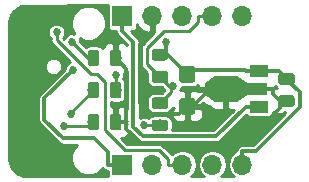
<source format=gbr>
G04 #@! TF.GenerationSoftware,KiCad,Pcbnew,(5.0.0)*
G04 #@! TF.CreationDate,2018-09-11T18:50:04-05:00*
G04 #@! TF.ProjectId,mini-attinyuino,6D696E692D617474696E7975696E6F2E,1.0*
G04 #@! TF.SameCoordinates,Original*
G04 #@! TF.FileFunction,Copper,L2,Bot,Signal*
G04 #@! TF.FilePolarity,Positive*
%FSLAX46Y46*%
G04 Gerber Fmt 4.6, Leading zero omitted, Abs format (unit mm)*
G04 Created by KiCad (PCBNEW (5.0.0)) date 09/11/18 18:50:04*
%MOMM*%
%LPD*%
G01*
G04 APERTURE LIST*
G04 #@! TA.AperFunction,ComponentPad*
%ADD10O,1.700000X1.700000*%
G04 #@! TD*
G04 #@! TA.AperFunction,ComponentPad*
%ADD11R,1.700000X1.700000*%
G04 #@! TD*
G04 #@! TA.AperFunction,Conductor*
%ADD12C,0.127000*%
G04 #@! TD*
G04 #@! TA.AperFunction,SMDPad,CuDef*
%ADD13C,1.350000*%
G04 #@! TD*
G04 #@! TA.AperFunction,SMDPad,CuDef*
%ADD14C,0.975000*%
G04 #@! TD*
G04 #@! TA.AperFunction,SMDPad,CuDef*
%ADD15C,0.850000*%
G04 #@! TD*
G04 #@! TA.AperFunction,SMDPad,CuDef*
%ADD16R,1.500000X1.000000*%
G04 #@! TD*
G04 #@! TA.AperFunction,SMDPad,CuDef*
%ADD17R,1.800000X1.000000*%
G04 #@! TD*
G04 #@! TA.AperFunction,SMDPad,CuDef*
%ADD18R,1.840000X2.200000*%
G04 #@! TD*
G04 #@! TA.AperFunction,SMDPad,CuDef*
%ADD19C,1.000000*%
G04 #@! TD*
G04 #@! TA.AperFunction,ViaPad*
%ADD20C,0.685800*%
G04 #@! TD*
G04 #@! TA.AperFunction,Conductor*
%ADD21C,0.300000*%
G04 #@! TD*
G04 #@! TA.AperFunction,Conductor*
%ADD22C,0.254000*%
G04 #@! TD*
G04 APERTURE END LIST*
D10*
G04 #@! TO.P,J1,5*
G04 #@! TO.N,+5V*
X136675000Y-99778800D03*
G04 #@! TO.P,J1,4*
G04 #@! TO.N,/PG3*
X134135000Y-99778800D03*
G04 #@! TO.P,J1,3*
G04 #@! TO.N,/PG1*
X131595000Y-99778800D03*
G04 #@! TO.P,J1,2*
G04 #@! TO.N,/PG4*
X129055000Y-99778800D03*
D11*
G04 #@! TO.P,J1,1*
G04 #@! TO.N,VBUS*
X126515000Y-99778800D03*
G04 #@! TD*
G04 #@! TO.P,J2,1*
G04 #@! TO.N,VCC*
X126515000Y-87233800D03*
D10*
G04 #@! TO.P,J2,2*
G04 #@! TO.N,GND*
X129055000Y-87233800D03*
G04 #@! TO.P,J2,3*
G04 #@! TO.N,Net-(J2-Pad3)*
X131595000Y-87233800D03*
G04 #@! TO.P,J2,4*
G04 #@! TO.N,Net-(J2-Pad4)*
X134135000Y-87233800D03*
G04 #@! TO.P,J2,5*
G04 #@! TO.N,/PG5*
X136675000Y-87233800D03*
G04 #@! TD*
D12*
G04 #@! TO.N,+5V*
G04 #@! TO.C,C1*
G36*
X132454505Y-91441904D02*
X132478773Y-91445504D01*
X132502572Y-91451465D01*
X132525671Y-91459730D01*
X132547850Y-91470220D01*
X132568893Y-91482832D01*
X132588599Y-91497447D01*
X132606777Y-91513923D01*
X132623253Y-91532101D01*
X132637868Y-91551807D01*
X132650480Y-91572850D01*
X132660970Y-91595029D01*
X132669235Y-91618128D01*
X132675196Y-91641927D01*
X132678796Y-91666195D01*
X132680000Y-91690699D01*
X132680000Y-92590701D01*
X132678796Y-92615205D01*
X132675196Y-92639473D01*
X132669235Y-92663272D01*
X132660970Y-92686371D01*
X132650480Y-92708550D01*
X132637868Y-92729593D01*
X132623253Y-92749299D01*
X132606777Y-92767477D01*
X132588599Y-92783953D01*
X132568893Y-92798568D01*
X132547850Y-92811180D01*
X132525671Y-92821670D01*
X132502572Y-92829935D01*
X132478773Y-92835896D01*
X132454505Y-92839496D01*
X132430001Y-92840700D01*
X131579999Y-92840700D01*
X131555495Y-92839496D01*
X131531227Y-92835896D01*
X131507428Y-92829935D01*
X131484329Y-92821670D01*
X131462150Y-92811180D01*
X131441107Y-92798568D01*
X131421401Y-92783953D01*
X131403223Y-92767477D01*
X131386747Y-92749299D01*
X131372132Y-92729593D01*
X131359520Y-92708550D01*
X131349030Y-92686371D01*
X131340765Y-92663272D01*
X131334804Y-92639473D01*
X131331204Y-92615205D01*
X131330000Y-92590701D01*
X131330000Y-91690699D01*
X131331204Y-91666195D01*
X131334804Y-91641927D01*
X131340765Y-91618128D01*
X131349030Y-91595029D01*
X131359520Y-91572850D01*
X131372132Y-91551807D01*
X131386747Y-91532101D01*
X131403223Y-91513923D01*
X131421401Y-91497447D01*
X131441107Y-91482832D01*
X131462150Y-91470220D01*
X131484329Y-91459730D01*
X131507428Y-91451465D01*
X131531227Y-91445504D01*
X131555495Y-91441904D01*
X131579999Y-91440700D01*
X132430001Y-91440700D01*
X132454505Y-91441904D01*
X132454505Y-91441904D01*
G37*
D13*
G04 #@! TD*
G04 #@! TO.P,C1,1*
G04 #@! TO.N,+5V*
X132005000Y-92140700D03*
D12*
G04 #@! TO.N,GND*
G04 #@! TO.C,C1*
G36*
X132454505Y-94141904D02*
X132478773Y-94145504D01*
X132502572Y-94151465D01*
X132525671Y-94159730D01*
X132547850Y-94170220D01*
X132568893Y-94182832D01*
X132588599Y-94197447D01*
X132606777Y-94213923D01*
X132623253Y-94232101D01*
X132637868Y-94251807D01*
X132650480Y-94272850D01*
X132660970Y-94295029D01*
X132669235Y-94318128D01*
X132675196Y-94341927D01*
X132678796Y-94366195D01*
X132680000Y-94390699D01*
X132680000Y-95290701D01*
X132678796Y-95315205D01*
X132675196Y-95339473D01*
X132669235Y-95363272D01*
X132660970Y-95386371D01*
X132650480Y-95408550D01*
X132637868Y-95429593D01*
X132623253Y-95449299D01*
X132606777Y-95467477D01*
X132588599Y-95483953D01*
X132568893Y-95498568D01*
X132547850Y-95511180D01*
X132525671Y-95521670D01*
X132502572Y-95529935D01*
X132478773Y-95535896D01*
X132454505Y-95539496D01*
X132430001Y-95540700D01*
X131579999Y-95540700D01*
X131555495Y-95539496D01*
X131531227Y-95535896D01*
X131507428Y-95529935D01*
X131484329Y-95521670D01*
X131462150Y-95511180D01*
X131441107Y-95498568D01*
X131421401Y-95483953D01*
X131403223Y-95467477D01*
X131386747Y-95449299D01*
X131372132Y-95429593D01*
X131359520Y-95408550D01*
X131349030Y-95386371D01*
X131340765Y-95363272D01*
X131334804Y-95339473D01*
X131331204Y-95315205D01*
X131330000Y-95290701D01*
X131330000Y-94390699D01*
X131331204Y-94366195D01*
X131334804Y-94341927D01*
X131340765Y-94318128D01*
X131349030Y-94295029D01*
X131359520Y-94272850D01*
X131372132Y-94251807D01*
X131386747Y-94232101D01*
X131403223Y-94213923D01*
X131421401Y-94197447D01*
X131441107Y-94182832D01*
X131462150Y-94170220D01*
X131484329Y-94159730D01*
X131507428Y-94151465D01*
X131531227Y-94145504D01*
X131555495Y-94141904D01*
X131579999Y-94140700D01*
X132430001Y-94140700D01*
X132454505Y-94141904D01*
X132454505Y-94141904D01*
G37*
D13*
G04 #@! TD*
G04 #@! TO.P,C1,2*
G04 #@! TO.N,GND*
X132005000Y-94840700D03*
D12*
G04 #@! TO.N,+5V*
G04 #@! TO.C,C2*
G36*
X140873142Y-92035274D02*
X140896803Y-92038784D01*
X140920007Y-92044596D01*
X140942529Y-92052654D01*
X140964153Y-92062882D01*
X140984670Y-92075179D01*
X141003883Y-92089429D01*
X141021607Y-92105493D01*
X141037671Y-92123217D01*
X141051921Y-92142430D01*
X141064218Y-92162947D01*
X141074446Y-92184571D01*
X141082504Y-92207093D01*
X141088316Y-92230297D01*
X141091826Y-92253958D01*
X141093000Y-92277850D01*
X141093000Y-92765350D01*
X141091826Y-92789242D01*
X141088316Y-92812903D01*
X141082504Y-92836107D01*
X141074446Y-92858629D01*
X141064218Y-92880253D01*
X141051921Y-92900770D01*
X141037671Y-92919983D01*
X141021607Y-92937707D01*
X141003883Y-92953771D01*
X140984670Y-92968021D01*
X140964153Y-92980318D01*
X140942529Y-92990546D01*
X140920007Y-92998604D01*
X140896803Y-93004416D01*
X140873142Y-93007926D01*
X140849250Y-93009100D01*
X139936750Y-93009100D01*
X139912858Y-93007926D01*
X139889197Y-93004416D01*
X139865993Y-92998604D01*
X139843471Y-92990546D01*
X139821847Y-92980318D01*
X139801330Y-92968021D01*
X139782117Y-92953771D01*
X139764393Y-92937707D01*
X139748329Y-92919983D01*
X139734079Y-92900770D01*
X139721782Y-92880253D01*
X139711554Y-92858629D01*
X139703496Y-92836107D01*
X139697684Y-92812903D01*
X139694174Y-92789242D01*
X139693000Y-92765350D01*
X139693000Y-92277850D01*
X139694174Y-92253958D01*
X139697684Y-92230297D01*
X139703496Y-92207093D01*
X139711554Y-92184571D01*
X139721782Y-92162947D01*
X139734079Y-92142430D01*
X139748329Y-92123217D01*
X139764393Y-92105493D01*
X139782117Y-92089429D01*
X139801330Y-92075179D01*
X139821847Y-92062882D01*
X139843471Y-92052654D01*
X139865993Y-92044596D01*
X139889197Y-92038784D01*
X139912858Y-92035274D01*
X139936750Y-92034100D01*
X140849250Y-92034100D01*
X140873142Y-92035274D01*
X140873142Y-92035274D01*
G37*
D14*
G04 #@! TD*
G04 #@! TO.P,C2,1*
G04 #@! TO.N,+5V*
X140393000Y-92521600D03*
D12*
G04 #@! TO.N,GND*
G04 #@! TO.C,C2*
G36*
X140873142Y-93910274D02*
X140896803Y-93913784D01*
X140920007Y-93919596D01*
X140942529Y-93927654D01*
X140964153Y-93937882D01*
X140984670Y-93950179D01*
X141003883Y-93964429D01*
X141021607Y-93980493D01*
X141037671Y-93998217D01*
X141051921Y-94017430D01*
X141064218Y-94037947D01*
X141074446Y-94059571D01*
X141082504Y-94082093D01*
X141088316Y-94105297D01*
X141091826Y-94128958D01*
X141093000Y-94152850D01*
X141093000Y-94640350D01*
X141091826Y-94664242D01*
X141088316Y-94687903D01*
X141082504Y-94711107D01*
X141074446Y-94733629D01*
X141064218Y-94755253D01*
X141051921Y-94775770D01*
X141037671Y-94794983D01*
X141021607Y-94812707D01*
X141003883Y-94828771D01*
X140984670Y-94843021D01*
X140964153Y-94855318D01*
X140942529Y-94865546D01*
X140920007Y-94873604D01*
X140896803Y-94879416D01*
X140873142Y-94882926D01*
X140849250Y-94884100D01*
X139936750Y-94884100D01*
X139912858Y-94882926D01*
X139889197Y-94879416D01*
X139865993Y-94873604D01*
X139843471Y-94865546D01*
X139821847Y-94855318D01*
X139801330Y-94843021D01*
X139782117Y-94828771D01*
X139764393Y-94812707D01*
X139748329Y-94794983D01*
X139734079Y-94775770D01*
X139721782Y-94755253D01*
X139711554Y-94733629D01*
X139703496Y-94711107D01*
X139697684Y-94687903D01*
X139694174Y-94664242D01*
X139693000Y-94640350D01*
X139693000Y-94152850D01*
X139694174Y-94128958D01*
X139697684Y-94105297D01*
X139703496Y-94082093D01*
X139711554Y-94059571D01*
X139721782Y-94037947D01*
X139734079Y-94017430D01*
X139748329Y-93998217D01*
X139764393Y-93980493D01*
X139782117Y-93964429D01*
X139801330Y-93950179D01*
X139821847Y-93937882D01*
X139843471Y-93927654D01*
X139865993Y-93919596D01*
X139889197Y-93913784D01*
X139912858Y-93910274D01*
X139936750Y-93909100D01*
X140849250Y-93909100D01*
X140873142Y-93910274D01*
X140873142Y-93910274D01*
G37*
D14*
G04 #@! TD*
G04 #@! TO.P,C2,2*
G04 #@! TO.N,GND*
X140393000Y-94396600D03*
D12*
G04 #@! TO.N,GND*
G04 #@! TO.C,R1*
G36*
X126206142Y-95480674D02*
X126229803Y-95484184D01*
X126253007Y-95489996D01*
X126275529Y-95498054D01*
X126297153Y-95508282D01*
X126317670Y-95520579D01*
X126336883Y-95534829D01*
X126354607Y-95550893D01*
X126370671Y-95568617D01*
X126384921Y-95587830D01*
X126397218Y-95608347D01*
X126407446Y-95629971D01*
X126415504Y-95652493D01*
X126421316Y-95675697D01*
X126424826Y-95699358D01*
X126426000Y-95723250D01*
X126426000Y-96635750D01*
X126424826Y-96659642D01*
X126421316Y-96683303D01*
X126415504Y-96706507D01*
X126407446Y-96729029D01*
X126397218Y-96750653D01*
X126384921Y-96771170D01*
X126370671Y-96790383D01*
X126354607Y-96808107D01*
X126336883Y-96824171D01*
X126317670Y-96838421D01*
X126297153Y-96850718D01*
X126275529Y-96860946D01*
X126253007Y-96869004D01*
X126229803Y-96874816D01*
X126206142Y-96878326D01*
X126182250Y-96879500D01*
X125694750Y-96879500D01*
X125670858Y-96878326D01*
X125647197Y-96874816D01*
X125623993Y-96869004D01*
X125601471Y-96860946D01*
X125579847Y-96850718D01*
X125559330Y-96838421D01*
X125540117Y-96824171D01*
X125522393Y-96808107D01*
X125506329Y-96790383D01*
X125492079Y-96771170D01*
X125479782Y-96750653D01*
X125469554Y-96729029D01*
X125461496Y-96706507D01*
X125455684Y-96683303D01*
X125452174Y-96659642D01*
X125451000Y-96635750D01*
X125451000Y-95723250D01*
X125452174Y-95699358D01*
X125455684Y-95675697D01*
X125461496Y-95652493D01*
X125469554Y-95629971D01*
X125479782Y-95608347D01*
X125492079Y-95587830D01*
X125506329Y-95568617D01*
X125522393Y-95550893D01*
X125540117Y-95534829D01*
X125559330Y-95520579D01*
X125579847Y-95508282D01*
X125601471Y-95498054D01*
X125623993Y-95489996D01*
X125647197Y-95484184D01*
X125670858Y-95480674D01*
X125694750Y-95479500D01*
X126182250Y-95479500D01*
X126206142Y-95480674D01*
X126206142Y-95480674D01*
G37*
D14*
G04 #@! TD*
G04 #@! TO.P,R1,2*
G04 #@! TO.N,GND*
X125938500Y-96179500D03*
D12*
G04 #@! TO.N,Net-(D1-Pad1)*
G04 #@! TO.C,R1*
G36*
X124331142Y-95480674D02*
X124354803Y-95484184D01*
X124378007Y-95489996D01*
X124400529Y-95498054D01*
X124422153Y-95508282D01*
X124442670Y-95520579D01*
X124461883Y-95534829D01*
X124479607Y-95550893D01*
X124495671Y-95568617D01*
X124509921Y-95587830D01*
X124522218Y-95608347D01*
X124532446Y-95629971D01*
X124540504Y-95652493D01*
X124546316Y-95675697D01*
X124549826Y-95699358D01*
X124551000Y-95723250D01*
X124551000Y-96635750D01*
X124549826Y-96659642D01*
X124546316Y-96683303D01*
X124540504Y-96706507D01*
X124532446Y-96729029D01*
X124522218Y-96750653D01*
X124509921Y-96771170D01*
X124495671Y-96790383D01*
X124479607Y-96808107D01*
X124461883Y-96824171D01*
X124442670Y-96838421D01*
X124422153Y-96850718D01*
X124400529Y-96860946D01*
X124378007Y-96869004D01*
X124354803Y-96874816D01*
X124331142Y-96878326D01*
X124307250Y-96879500D01*
X123819750Y-96879500D01*
X123795858Y-96878326D01*
X123772197Y-96874816D01*
X123748993Y-96869004D01*
X123726471Y-96860946D01*
X123704847Y-96850718D01*
X123684330Y-96838421D01*
X123665117Y-96824171D01*
X123647393Y-96808107D01*
X123631329Y-96790383D01*
X123617079Y-96771170D01*
X123604782Y-96750653D01*
X123594554Y-96729029D01*
X123586496Y-96706507D01*
X123580684Y-96683303D01*
X123577174Y-96659642D01*
X123576000Y-96635750D01*
X123576000Y-95723250D01*
X123577174Y-95699358D01*
X123580684Y-95675697D01*
X123586496Y-95652493D01*
X123594554Y-95629971D01*
X123604782Y-95608347D01*
X123617079Y-95587830D01*
X123631329Y-95568617D01*
X123647393Y-95550893D01*
X123665117Y-95534829D01*
X123684330Y-95520579D01*
X123704847Y-95508282D01*
X123726471Y-95498054D01*
X123748993Y-95489996D01*
X123772197Y-95484184D01*
X123795858Y-95480674D01*
X123819750Y-95479500D01*
X124307250Y-95479500D01*
X124331142Y-95480674D01*
X124331142Y-95480674D01*
G37*
D14*
G04 #@! TD*
G04 #@! TO.P,R1,1*
G04 #@! TO.N,Net-(D1-Pad1)*
X124063500Y-96179500D03*
D12*
G04 #@! TO.N,Net-(D3-Pad1)*
G04 #@! TO.C,R2*
G36*
X124331142Y-90058174D02*
X124354803Y-90061684D01*
X124378007Y-90067496D01*
X124400529Y-90075554D01*
X124422153Y-90085782D01*
X124442670Y-90098079D01*
X124461883Y-90112329D01*
X124479607Y-90128393D01*
X124495671Y-90146117D01*
X124509921Y-90165330D01*
X124522218Y-90185847D01*
X124532446Y-90207471D01*
X124540504Y-90229993D01*
X124546316Y-90253197D01*
X124549826Y-90276858D01*
X124551000Y-90300750D01*
X124551000Y-91213250D01*
X124549826Y-91237142D01*
X124546316Y-91260803D01*
X124540504Y-91284007D01*
X124532446Y-91306529D01*
X124522218Y-91328153D01*
X124509921Y-91348670D01*
X124495671Y-91367883D01*
X124479607Y-91385607D01*
X124461883Y-91401671D01*
X124442670Y-91415921D01*
X124422153Y-91428218D01*
X124400529Y-91438446D01*
X124378007Y-91446504D01*
X124354803Y-91452316D01*
X124331142Y-91455826D01*
X124307250Y-91457000D01*
X123819750Y-91457000D01*
X123795858Y-91455826D01*
X123772197Y-91452316D01*
X123748993Y-91446504D01*
X123726471Y-91438446D01*
X123704847Y-91428218D01*
X123684330Y-91415921D01*
X123665117Y-91401671D01*
X123647393Y-91385607D01*
X123631329Y-91367883D01*
X123617079Y-91348670D01*
X123604782Y-91328153D01*
X123594554Y-91306529D01*
X123586496Y-91284007D01*
X123580684Y-91260803D01*
X123577174Y-91237142D01*
X123576000Y-91213250D01*
X123576000Y-90300750D01*
X123577174Y-90276858D01*
X123580684Y-90253197D01*
X123586496Y-90229993D01*
X123594554Y-90207471D01*
X123604782Y-90185847D01*
X123617079Y-90165330D01*
X123631329Y-90146117D01*
X123647393Y-90128393D01*
X123665117Y-90112329D01*
X123684330Y-90098079D01*
X123704847Y-90085782D01*
X123726471Y-90075554D01*
X123748993Y-90067496D01*
X123772197Y-90061684D01*
X123795858Y-90058174D01*
X123819750Y-90057000D01*
X124307250Y-90057000D01*
X124331142Y-90058174D01*
X124331142Y-90058174D01*
G37*
D14*
G04 #@! TD*
G04 #@! TO.P,R2,1*
G04 #@! TO.N,Net-(D3-Pad1)*
X124063500Y-90757000D03*
D12*
G04 #@! TO.N,GND*
G04 #@! TO.C,R2*
G36*
X126206142Y-90058174D02*
X126229803Y-90061684D01*
X126253007Y-90067496D01*
X126275529Y-90075554D01*
X126297153Y-90085782D01*
X126317670Y-90098079D01*
X126336883Y-90112329D01*
X126354607Y-90128393D01*
X126370671Y-90146117D01*
X126384921Y-90165330D01*
X126397218Y-90185847D01*
X126407446Y-90207471D01*
X126415504Y-90229993D01*
X126421316Y-90253197D01*
X126424826Y-90276858D01*
X126426000Y-90300750D01*
X126426000Y-91213250D01*
X126424826Y-91237142D01*
X126421316Y-91260803D01*
X126415504Y-91284007D01*
X126407446Y-91306529D01*
X126397218Y-91328153D01*
X126384921Y-91348670D01*
X126370671Y-91367883D01*
X126354607Y-91385607D01*
X126336883Y-91401671D01*
X126317670Y-91415921D01*
X126297153Y-91428218D01*
X126275529Y-91438446D01*
X126253007Y-91446504D01*
X126229803Y-91452316D01*
X126206142Y-91455826D01*
X126182250Y-91457000D01*
X125694750Y-91457000D01*
X125670858Y-91455826D01*
X125647197Y-91452316D01*
X125623993Y-91446504D01*
X125601471Y-91438446D01*
X125579847Y-91428218D01*
X125559330Y-91415921D01*
X125540117Y-91401671D01*
X125522393Y-91385607D01*
X125506329Y-91367883D01*
X125492079Y-91348670D01*
X125479782Y-91328153D01*
X125469554Y-91306529D01*
X125461496Y-91284007D01*
X125455684Y-91260803D01*
X125452174Y-91237142D01*
X125451000Y-91213250D01*
X125451000Y-90300750D01*
X125452174Y-90276858D01*
X125455684Y-90253197D01*
X125461496Y-90229993D01*
X125469554Y-90207471D01*
X125479782Y-90185847D01*
X125492079Y-90165330D01*
X125506329Y-90146117D01*
X125522393Y-90128393D01*
X125540117Y-90112329D01*
X125559330Y-90098079D01*
X125579847Y-90085782D01*
X125601471Y-90075554D01*
X125623993Y-90067496D01*
X125647197Y-90061684D01*
X125670858Y-90058174D01*
X125694750Y-90057000D01*
X126182250Y-90057000D01*
X126206142Y-90058174D01*
X126206142Y-90058174D01*
G37*
D14*
G04 #@! TD*
G04 #@! TO.P,R2,2*
G04 #@! TO.N,GND*
X125938500Y-90757000D03*
D12*
G04 #@! TO.N,Net-(D5-Pad1)*
G04 #@! TO.C,R3*
G36*
X124331142Y-92769374D02*
X124354803Y-92772884D01*
X124378007Y-92778696D01*
X124400529Y-92786754D01*
X124422153Y-92796982D01*
X124442670Y-92809279D01*
X124461883Y-92823529D01*
X124479607Y-92839593D01*
X124495671Y-92857317D01*
X124509921Y-92876530D01*
X124522218Y-92897047D01*
X124532446Y-92918671D01*
X124540504Y-92941193D01*
X124546316Y-92964397D01*
X124549826Y-92988058D01*
X124551000Y-93011950D01*
X124551000Y-93924450D01*
X124549826Y-93948342D01*
X124546316Y-93972003D01*
X124540504Y-93995207D01*
X124532446Y-94017729D01*
X124522218Y-94039353D01*
X124509921Y-94059870D01*
X124495671Y-94079083D01*
X124479607Y-94096807D01*
X124461883Y-94112871D01*
X124442670Y-94127121D01*
X124422153Y-94139418D01*
X124400529Y-94149646D01*
X124378007Y-94157704D01*
X124354803Y-94163516D01*
X124331142Y-94167026D01*
X124307250Y-94168200D01*
X123819750Y-94168200D01*
X123795858Y-94167026D01*
X123772197Y-94163516D01*
X123748993Y-94157704D01*
X123726471Y-94149646D01*
X123704847Y-94139418D01*
X123684330Y-94127121D01*
X123665117Y-94112871D01*
X123647393Y-94096807D01*
X123631329Y-94079083D01*
X123617079Y-94059870D01*
X123604782Y-94039353D01*
X123594554Y-94017729D01*
X123586496Y-93995207D01*
X123580684Y-93972003D01*
X123577174Y-93948342D01*
X123576000Y-93924450D01*
X123576000Y-93011950D01*
X123577174Y-92988058D01*
X123580684Y-92964397D01*
X123586496Y-92941193D01*
X123594554Y-92918671D01*
X123604782Y-92897047D01*
X123617079Y-92876530D01*
X123631329Y-92857317D01*
X123647393Y-92839593D01*
X123665117Y-92823529D01*
X123684330Y-92809279D01*
X123704847Y-92796982D01*
X123726471Y-92786754D01*
X123748993Y-92778696D01*
X123772197Y-92772884D01*
X123795858Y-92769374D01*
X123819750Y-92768200D01*
X124307250Y-92768200D01*
X124331142Y-92769374D01*
X124331142Y-92769374D01*
G37*
D14*
G04 #@! TD*
G04 #@! TO.P,R3,1*
G04 #@! TO.N,Net-(D5-Pad1)*
X124063500Y-93468200D03*
D12*
G04 #@! TO.N,Net-(J2-Pad3)*
G04 #@! TO.C,R3*
G36*
X126206142Y-92769374D02*
X126229803Y-92772884D01*
X126253007Y-92778696D01*
X126275529Y-92786754D01*
X126297153Y-92796982D01*
X126317670Y-92809279D01*
X126336883Y-92823529D01*
X126354607Y-92839593D01*
X126370671Y-92857317D01*
X126384921Y-92876530D01*
X126397218Y-92897047D01*
X126407446Y-92918671D01*
X126415504Y-92941193D01*
X126421316Y-92964397D01*
X126424826Y-92988058D01*
X126426000Y-93011950D01*
X126426000Y-93924450D01*
X126424826Y-93948342D01*
X126421316Y-93972003D01*
X126415504Y-93995207D01*
X126407446Y-94017729D01*
X126397218Y-94039353D01*
X126384921Y-94059870D01*
X126370671Y-94079083D01*
X126354607Y-94096807D01*
X126336883Y-94112871D01*
X126317670Y-94127121D01*
X126297153Y-94139418D01*
X126275529Y-94149646D01*
X126253007Y-94157704D01*
X126229803Y-94163516D01*
X126206142Y-94167026D01*
X126182250Y-94168200D01*
X125694750Y-94168200D01*
X125670858Y-94167026D01*
X125647197Y-94163516D01*
X125623993Y-94157704D01*
X125601471Y-94149646D01*
X125579847Y-94139418D01*
X125559330Y-94127121D01*
X125540117Y-94112871D01*
X125522393Y-94096807D01*
X125506329Y-94079083D01*
X125492079Y-94059870D01*
X125479782Y-94039353D01*
X125469554Y-94017729D01*
X125461496Y-93995207D01*
X125455684Y-93972003D01*
X125452174Y-93948342D01*
X125451000Y-93924450D01*
X125451000Y-93011950D01*
X125452174Y-92988058D01*
X125455684Y-92964397D01*
X125461496Y-92941193D01*
X125469554Y-92918671D01*
X125479782Y-92897047D01*
X125492079Y-92876530D01*
X125506329Y-92857317D01*
X125522393Y-92839593D01*
X125540117Y-92823529D01*
X125559330Y-92809279D01*
X125579847Y-92796982D01*
X125601471Y-92786754D01*
X125623993Y-92778696D01*
X125647197Y-92772884D01*
X125670858Y-92769374D01*
X125694750Y-92768200D01*
X126182250Y-92768200D01*
X126206142Y-92769374D01*
X126206142Y-92769374D01*
G37*
D14*
G04 #@! TD*
G04 #@! TO.P,R3,2*
G04 #@! TO.N,Net-(J2-Pad3)*
X125938500Y-93468200D03*
D12*
G04 #@! TO.N,+5V*
G04 #@! TO.C,R4*
G36*
X130157142Y-89993474D02*
X130180803Y-89996984D01*
X130204007Y-90002796D01*
X130226529Y-90010854D01*
X130248153Y-90021082D01*
X130268670Y-90033379D01*
X130287883Y-90047629D01*
X130305607Y-90063693D01*
X130321671Y-90081417D01*
X130335921Y-90100630D01*
X130348218Y-90121147D01*
X130358446Y-90142771D01*
X130366504Y-90165293D01*
X130372316Y-90188497D01*
X130375826Y-90212158D01*
X130377000Y-90236050D01*
X130377000Y-90723550D01*
X130375826Y-90747442D01*
X130372316Y-90771103D01*
X130366504Y-90794307D01*
X130358446Y-90816829D01*
X130348218Y-90838453D01*
X130335921Y-90858970D01*
X130321671Y-90878183D01*
X130305607Y-90895907D01*
X130287883Y-90911971D01*
X130268670Y-90926221D01*
X130248153Y-90938518D01*
X130226529Y-90948746D01*
X130204007Y-90956804D01*
X130180803Y-90962616D01*
X130157142Y-90966126D01*
X130133250Y-90967300D01*
X129220750Y-90967300D01*
X129196858Y-90966126D01*
X129173197Y-90962616D01*
X129149993Y-90956804D01*
X129127471Y-90948746D01*
X129105847Y-90938518D01*
X129085330Y-90926221D01*
X129066117Y-90911971D01*
X129048393Y-90895907D01*
X129032329Y-90878183D01*
X129018079Y-90858970D01*
X129005782Y-90838453D01*
X128995554Y-90816829D01*
X128987496Y-90794307D01*
X128981684Y-90771103D01*
X128978174Y-90747442D01*
X128977000Y-90723550D01*
X128977000Y-90236050D01*
X128978174Y-90212158D01*
X128981684Y-90188497D01*
X128987496Y-90165293D01*
X128995554Y-90142771D01*
X129005782Y-90121147D01*
X129018079Y-90100630D01*
X129032329Y-90081417D01*
X129048393Y-90063693D01*
X129066117Y-90047629D01*
X129085330Y-90033379D01*
X129105847Y-90021082D01*
X129127471Y-90010854D01*
X129149993Y-90002796D01*
X129173197Y-89996984D01*
X129196858Y-89993474D01*
X129220750Y-89992300D01*
X130133250Y-89992300D01*
X130157142Y-89993474D01*
X130157142Y-89993474D01*
G37*
D14*
G04 #@! TD*
G04 #@! TO.P,R4,1*
G04 #@! TO.N,+5V*
X129677000Y-90479800D03*
D12*
G04 #@! TO.N,Net-(J2-Pad4)*
G04 #@! TO.C,R4*
G36*
X130157142Y-91868474D02*
X130180803Y-91871984D01*
X130204007Y-91877796D01*
X130226529Y-91885854D01*
X130248153Y-91896082D01*
X130268670Y-91908379D01*
X130287883Y-91922629D01*
X130305607Y-91938693D01*
X130321671Y-91956417D01*
X130335921Y-91975630D01*
X130348218Y-91996147D01*
X130358446Y-92017771D01*
X130366504Y-92040293D01*
X130372316Y-92063497D01*
X130375826Y-92087158D01*
X130377000Y-92111050D01*
X130377000Y-92598550D01*
X130375826Y-92622442D01*
X130372316Y-92646103D01*
X130366504Y-92669307D01*
X130358446Y-92691829D01*
X130348218Y-92713453D01*
X130335921Y-92733970D01*
X130321671Y-92753183D01*
X130305607Y-92770907D01*
X130287883Y-92786971D01*
X130268670Y-92801221D01*
X130248153Y-92813518D01*
X130226529Y-92823746D01*
X130204007Y-92831804D01*
X130180803Y-92837616D01*
X130157142Y-92841126D01*
X130133250Y-92842300D01*
X129220750Y-92842300D01*
X129196858Y-92841126D01*
X129173197Y-92837616D01*
X129149993Y-92831804D01*
X129127471Y-92823746D01*
X129105847Y-92813518D01*
X129085330Y-92801221D01*
X129066117Y-92786971D01*
X129048393Y-92770907D01*
X129032329Y-92753183D01*
X129018079Y-92733970D01*
X129005782Y-92713453D01*
X128995554Y-92691829D01*
X128987496Y-92669307D01*
X128981684Y-92646103D01*
X128978174Y-92622442D01*
X128977000Y-92598550D01*
X128977000Y-92111050D01*
X128978174Y-92087158D01*
X128981684Y-92063497D01*
X128987496Y-92040293D01*
X128995554Y-92017771D01*
X129005782Y-91996147D01*
X129018079Y-91975630D01*
X129032329Y-91956417D01*
X129048393Y-91938693D01*
X129066117Y-91922629D01*
X129085330Y-91908379D01*
X129105847Y-91896082D01*
X129127471Y-91885854D01*
X129149993Y-91877796D01*
X129173197Y-91871984D01*
X129196858Y-91868474D01*
X129220750Y-91867300D01*
X130133250Y-91867300D01*
X130157142Y-91868474D01*
X130157142Y-91868474D01*
G37*
D14*
G04 #@! TD*
G04 #@! TO.P,R4,2*
G04 #@! TO.N,Net-(J2-Pad4)*
X129677000Y-92354800D03*
D12*
G04 #@! TO.N,Net-(J2-Pad4)*
G04 #@! TO.C,R5*
G36*
X130157142Y-94095174D02*
X130180803Y-94098684D01*
X130204007Y-94104496D01*
X130226529Y-94112554D01*
X130248153Y-94122782D01*
X130268670Y-94135079D01*
X130287883Y-94149329D01*
X130305607Y-94165393D01*
X130321671Y-94183117D01*
X130335921Y-94202330D01*
X130348218Y-94222847D01*
X130358446Y-94244471D01*
X130366504Y-94266993D01*
X130372316Y-94290197D01*
X130375826Y-94313858D01*
X130377000Y-94337750D01*
X130377000Y-94825250D01*
X130375826Y-94849142D01*
X130372316Y-94872803D01*
X130366504Y-94896007D01*
X130358446Y-94918529D01*
X130348218Y-94940153D01*
X130335921Y-94960670D01*
X130321671Y-94979883D01*
X130305607Y-94997607D01*
X130287883Y-95013671D01*
X130268670Y-95027921D01*
X130248153Y-95040218D01*
X130226529Y-95050446D01*
X130204007Y-95058504D01*
X130180803Y-95064316D01*
X130157142Y-95067826D01*
X130133250Y-95069000D01*
X129220750Y-95069000D01*
X129196858Y-95067826D01*
X129173197Y-95064316D01*
X129149993Y-95058504D01*
X129127471Y-95050446D01*
X129105847Y-95040218D01*
X129085330Y-95027921D01*
X129066117Y-95013671D01*
X129048393Y-94997607D01*
X129032329Y-94979883D01*
X129018079Y-94960670D01*
X129005782Y-94940153D01*
X128995554Y-94918529D01*
X128987496Y-94896007D01*
X128981684Y-94872803D01*
X128978174Y-94849142D01*
X128977000Y-94825250D01*
X128977000Y-94337750D01*
X128978174Y-94313858D01*
X128981684Y-94290197D01*
X128987496Y-94266993D01*
X128995554Y-94244471D01*
X129005782Y-94222847D01*
X129018079Y-94202330D01*
X129032329Y-94183117D01*
X129048393Y-94165393D01*
X129066117Y-94149329D01*
X129085330Y-94135079D01*
X129105847Y-94122782D01*
X129127471Y-94112554D01*
X129149993Y-94104496D01*
X129173197Y-94098684D01*
X129196858Y-94095174D01*
X129220750Y-94094000D01*
X130133250Y-94094000D01*
X130157142Y-94095174D01*
X130157142Y-94095174D01*
G37*
D14*
G04 #@! TD*
G04 #@! TO.P,R5,2*
G04 #@! TO.N,Net-(J2-Pad4)*
X129677000Y-94581500D03*
D12*
G04 #@! TO.N,Net-(D4-Pad1)*
G04 #@! TO.C,R5*
G36*
X130157142Y-95970174D02*
X130180803Y-95973684D01*
X130204007Y-95979496D01*
X130226529Y-95987554D01*
X130248153Y-95997782D01*
X130268670Y-96010079D01*
X130287883Y-96024329D01*
X130305607Y-96040393D01*
X130321671Y-96058117D01*
X130335921Y-96077330D01*
X130348218Y-96097847D01*
X130358446Y-96119471D01*
X130366504Y-96141993D01*
X130372316Y-96165197D01*
X130375826Y-96188858D01*
X130377000Y-96212750D01*
X130377000Y-96700250D01*
X130375826Y-96724142D01*
X130372316Y-96747803D01*
X130366504Y-96771007D01*
X130358446Y-96793529D01*
X130348218Y-96815153D01*
X130335921Y-96835670D01*
X130321671Y-96854883D01*
X130305607Y-96872607D01*
X130287883Y-96888671D01*
X130268670Y-96902921D01*
X130248153Y-96915218D01*
X130226529Y-96925446D01*
X130204007Y-96933504D01*
X130180803Y-96939316D01*
X130157142Y-96942826D01*
X130133250Y-96944000D01*
X129220750Y-96944000D01*
X129196858Y-96942826D01*
X129173197Y-96939316D01*
X129149993Y-96933504D01*
X129127471Y-96925446D01*
X129105847Y-96915218D01*
X129085330Y-96902921D01*
X129066117Y-96888671D01*
X129048393Y-96872607D01*
X129032329Y-96854883D01*
X129018079Y-96835670D01*
X129005782Y-96815153D01*
X128995554Y-96793529D01*
X128987496Y-96771007D01*
X128981684Y-96747803D01*
X128978174Y-96724142D01*
X128977000Y-96700250D01*
X128977000Y-96212750D01*
X128978174Y-96188858D01*
X128981684Y-96165197D01*
X128987496Y-96141993D01*
X128995554Y-96119471D01*
X129005782Y-96097847D01*
X129018079Y-96077330D01*
X129032329Y-96058117D01*
X129048393Y-96040393D01*
X129066117Y-96024329D01*
X129085330Y-96010079D01*
X129105847Y-95997782D01*
X129127471Y-95987554D01*
X129149993Y-95979496D01*
X129173197Y-95973684D01*
X129196858Y-95970174D01*
X129220750Y-95969000D01*
X130133250Y-95969000D01*
X130157142Y-95970174D01*
X130157142Y-95970174D01*
G37*
D14*
G04 #@! TD*
G04 #@! TO.P,R5,1*
G04 #@! TO.N,Net-(D4-Pad1)*
X129677000Y-96456500D03*
D15*
G04 #@! TO.P,U1,2*
G04 #@! TO.N,GND*
X133947000Y-93385600D03*
D12*
G04 #@! TD*
G04 #@! TO.N,GND*
G04 #@! TO.C,U1*
G36*
X133522000Y-92885600D02*
X134372000Y-92285600D01*
X134372000Y-94485600D01*
X133522000Y-93885600D01*
X133522000Y-92885600D01*
X133522000Y-92885600D01*
G37*
D16*
G04 #@! TO.P,U1,1*
G04 #@! TO.N,+5V*
X138094000Y-91885600D03*
D17*
G04 #@! TO.P,U1,2*
G04 #@! TO.N,GND*
X137947500Y-93385600D03*
D16*
G04 #@! TO.P,U1,3*
G04 #@! TO.N,VCC*
X138094000Y-94885600D03*
D18*
G04 #@! TO.P,U1,2*
G04 #@! TO.N,GND*
X135280500Y-93385600D03*
D19*
X136690200Y-93385600D03*
D12*
G04 #@! TD*
G04 #@! TO.N,GND*
G04 #@! TO.C,U1*
G36*
X137190200Y-93785600D02*
X136190200Y-94485600D01*
X136190200Y-92285600D01*
X137190200Y-92985600D01*
X137190200Y-93785600D01*
X137190200Y-93785600D01*
G37*
D20*
G04 #@! TO.N,+5V*
X130201700Y-89385500D03*
G04 #@! TO.N,GND*
X138195500Y-96688900D03*
G04 #@! TO.N,Net-(D1-Pad1)*
X121526600Y-96520100D03*
G04 #@! TO.N,/PG1*
X120939500Y-88559700D03*
G04 #@! TO.N,Net-(D3-Pad1)*
X122227300Y-89397300D03*
G04 #@! TO.N,Net-(D5-Pad1)*
X122160400Y-95494100D03*
G04 #@! TO.N,VBUS*
X122340200Y-91751700D03*
G04 #@! TO.N,Net-(D4-Pad1)*
X128376000Y-96436800D03*
G04 #@! TO.N,Net-(J2-Pad4)*
X130795100Y-93150400D03*
G04 #@! TO.N,Net-(J2-Pad3)*
X125938500Y-92153500D03*
G04 #@! TD*
D21*
G04 #@! TO.N,+5V*
X130201700Y-90479800D02*
X129677000Y-90479800D01*
X132005000Y-92140700D02*
X130344100Y-90479800D01*
X130344100Y-90479800D02*
X130201700Y-90479800D01*
X130201700Y-90479800D02*
X130201700Y-89385500D01*
X138094000Y-91885600D02*
X136939700Y-91885600D01*
X136939700Y-91885600D02*
X136866500Y-91812400D01*
X136866500Y-91812400D02*
X132333300Y-91812400D01*
X132333300Y-91812400D02*
X132005000Y-92140700D01*
X140393000Y-92521600D02*
X139757000Y-91885600D01*
X139757000Y-91885600D02*
X138094000Y-91885600D01*
X136675000Y-98663100D02*
X137790700Y-98663100D01*
X137790700Y-98663100D02*
X141531000Y-94922800D01*
X141531000Y-94922800D02*
X141531000Y-93659600D01*
X141531000Y-93659600D02*
X140393000Y-92521600D01*
X136675000Y-99778800D02*
X136675000Y-98663100D01*
G04 #@! TO.N,GND*
X136690200Y-93385600D02*
X137947500Y-93385600D01*
X135280500Y-93385600D02*
X136690200Y-93385600D01*
X126857900Y-96179500D02*
X126857900Y-91676400D01*
X126857900Y-91676400D02*
X125938500Y-90757000D01*
X138195500Y-96688900D02*
X136904600Y-97979800D01*
X136904600Y-97979800D02*
X128054800Y-97979800D01*
X128054800Y-97979800D02*
X126857900Y-96782900D01*
X126857900Y-96782900D02*
X126857900Y-96179500D01*
X126857900Y-96179500D02*
X125938500Y-96179500D01*
X132005000Y-94840700D02*
X131326700Y-95519000D01*
X131326700Y-95519000D02*
X128926500Y-95519000D01*
X128926500Y-95519000D02*
X127993300Y-94585800D01*
X127993300Y-94585800D02*
X127993300Y-89549800D01*
X127993300Y-89549800D02*
X129055000Y-88488100D01*
X139887500Y-94396600D02*
X139887500Y-94996900D01*
X139887500Y-94996900D02*
X138195500Y-96688900D01*
X137947500Y-93385600D02*
X139251800Y-93385600D01*
X139251800Y-93385600D02*
X139251800Y-93760900D01*
X139251800Y-93760900D02*
X139887500Y-94396600D01*
X140393000Y-94396600D02*
X139887500Y-94396600D01*
X129055000Y-87233800D02*
X129055000Y-88488100D01*
X133947000Y-93385600D02*
X132491900Y-94840700D01*
X132491900Y-94840700D02*
X132005000Y-94840700D01*
X133947000Y-93385600D02*
X133956200Y-93385600D01*
X135280500Y-93385600D02*
X133956200Y-93385600D01*
D22*
G04 #@! TO.N,Net-(D1-Pad1)*
X124063500Y-96179500D02*
X123723000Y-96520000D01*
X123723000Y-96520000D02*
X121526600Y-96520000D01*
X121526600Y-96520000D02*
X121526600Y-96520100D01*
G04 #@! TO.N,/PG1*
X130363700Y-99778800D02*
X130363700Y-99317000D01*
X130363700Y-99317000D02*
X129594200Y-98547500D01*
X129594200Y-98547500D02*
X126700600Y-98547500D01*
X126700600Y-98547500D02*
X125001000Y-96847900D01*
X125001000Y-96847900D02*
X125001000Y-92763200D01*
X125001000Y-92763200D02*
X124385600Y-92147800D01*
X124385600Y-92147800D02*
X123859900Y-92147800D01*
X123859900Y-92147800D02*
X120939500Y-89227400D01*
X120939500Y-89227400D02*
X120939500Y-88559700D01*
X131595000Y-99778800D02*
X130363700Y-99778800D01*
G04 #@! TO.N,Net-(D3-Pad1)*
X124063500Y-90757000D02*
X123587000Y-90757000D01*
X123587000Y-90757000D02*
X122227300Y-89397300D01*
D21*
G04 #@! TO.N,VCC*
X136939700Y-94885600D02*
X134428300Y-97397000D01*
X134428300Y-97397000D02*
X128274600Y-97397000D01*
X128274600Y-97397000D02*
X127438900Y-96561300D01*
X127438900Y-96561300D02*
X127438900Y-89412000D01*
X127438900Y-89412000D02*
X126515000Y-88488100D01*
X126515000Y-87233800D02*
X126515000Y-88488100D01*
X138094000Y-94885600D02*
X136939700Y-94885600D01*
D22*
G04 #@! TO.N,Net-(D5-Pad1)*
X124063500Y-93468200D02*
X122160400Y-95371300D01*
X122160400Y-95371300D02*
X122160400Y-95494100D01*
D21*
G04 #@! TO.N,VBUS*
X122340200Y-91751700D02*
X119914600Y-94177300D01*
X119914600Y-94177300D02*
X119914600Y-95964700D01*
X119914600Y-95964700D02*
X121510600Y-97560700D01*
X121510600Y-97560700D02*
X124145000Y-97560700D01*
X124145000Y-97560700D02*
X125260700Y-98676400D01*
X125260700Y-98676400D02*
X125260700Y-99778800D01*
X126515000Y-99778800D02*
X125260700Y-99778800D01*
D22*
G04 #@! TO.N,Net-(D4-Pad1)*
X129677000Y-96456500D02*
X128395700Y-96456500D01*
X128395700Y-96456500D02*
X128376000Y-96436800D01*
G04 #@! TO.N,Net-(J2-Pad4)*
X130586600Y-93264400D02*
X130681100Y-93264400D01*
X130681100Y-93264400D02*
X130795100Y-93150400D01*
X130586600Y-93264400D02*
X129677000Y-92354800D01*
X129677000Y-94581500D02*
X130586600Y-93671900D01*
X130586600Y-93671900D02*
X130586600Y-93264400D01*
X134135000Y-87233800D02*
X132903700Y-87233800D01*
X132903700Y-87233800D02*
X132903700Y-87695600D01*
X132903700Y-87695600D02*
X132134200Y-88465100D01*
X132134200Y-88465100D02*
X130036500Y-88465100D01*
X130036500Y-88465100D02*
X128578900Y-89922700D01*
X128578900Y-89922700D02*
X128578900Y-91256700D01*
X128578900Y-91256700D02*
X129677000Y-92354800D01*
G04 #@! TO.N,Net-(J2-Pad3)*
X125938500Y-93468200D02*
X125938500Y-92153500D01*
G04 #@! TD*
G04 #@! TO.N,GND*
G36*
X139333301Y-95422427D02*
X139566690Y-95519100D01*
X140107250Y-95519100D01*
X140265998Y-95360352D01*
X140265998Y-95436854D01*
X137570753Y-98132100D01*
X136727294Y-98132100D01*
X136675000Y-98121698D01*
X136622706Y-98132100D01*
X136467814Y-98162910D01*
X136292171Y-98280271D01*
X136174810Y-98455914D01*
X136134299Y-98659574D01*
X135787499Y-98891299D01*
X135515424Y-99298488D01*
X135419884Y-99778800D01*
X135515424Y-100259112D01*
X135787499Y-100666301D01*
X135925485Y-100758501D01*
X134886509Y-100757168D01*
X135022501Y-100666301D01*
X135294576Y-100259112D01*
X135390116Y-99778800D01*
X135294576Y-99298488D01*
X135022501Y-98891299D01*
X134615312Y-98619224D01*
X134256239Y-98547800D01*
X134013761Y-98547800D01*
X133654688Y-98619224D01*
X133247499Y-98891299D01*
X132975424Y-99298488D01*
X132879884Y-99778800D01*
X132975424Y-100259112D01*
X133247499Y-100666301D01*
X133380600Y-100755236D01*
X132351376Y-100753916D01*
X132482501Y-100666301D01*
X132754576Y-100259112D01*
X132850116Y-99778800D01*
X132754576Y-99298488D01*
X132482501Y-98891299D01*
X132075312Y-98619224D01*
X131716239Y-98547800D01*
X131473761Y-98547800D01*
X131114688Y-98619224D01*
X130707499Y-98891299D01*
X130687039Y-98921919D01*
X129988787Y-98223667D01*
X129960447Y-98181253D01*
X129792412Y-98068975D01*
X129644232Y-98039500D01*
X129644228Y-98039500D01*
X129594200Y-98029549D01*
X129544172Y-98039500D01*
X126911020Y-98039500D01*
X126386020Y-97514500D01*
X126552309Y-97514500D01*
X126785698Y-97417827D01*
X126964327Y-97239199D01*
X127061000Y-97005810D01*
X127061000Y-96947422D01*
X127100405Y-96973752D01*
X127862148Y-97735495D01*
X127891771Y-97779829D01*
X128067414Y-97897190D01*
X128222306Y-97928000D01*
X128222309Y-97928000D01*
X128274599Y-97938401D01*
X128326889Y-97928000D01*
X134376010Y-97928000D01*
X134428300Y-97938401D01*
X134480590Y-97928000D01*
X134480594Y-97928000D01*
X134635486Y-97897190D01*
X134811129Y-97779829D01*
X134840752Y-97735495D01*
X137007890Y-95568358D01*
X137069314Y-95660286D01*
X137195341Y-95744494D01*
X137344000Y-95774064D01*
X138844000Y-95774064D01*
X138992659Y-95744494D01*
X139118686Y-95660286D01*
X139202894Y-95534259D01*
X139232464Y-95385600D01*
X139232464Y-95321589D01*
X139333301Y-95422427D01*
X139333301Y-95422427D01*
G37*
X139333301Y-95422427D02*
X139566690Y-95519100D01*
X140107250Y-95519100D01*
X140265998Y-95360352D01*
X140265998Y-95436854D01*
X137570753Y-98132100D01*
X136727294Y-98132100D01*
X136675000Y-98121698D01*
X136622706Y-98132100D01*
X136467814Y-98162910D01*
X136292171Y-98280271D01*
X136174810Y-98455914D01*
X136134299Y-98659574D01*
X135787499Y-98891299D01*
X135515424Y-99298488D01*
X135419884Y-99778800D01*
X135515424Y-100259112D01*
X135787499Y-100666301D01*
X135925485Y-100758501D01*
X134886509Y-100757168D01*
X135022501Y-100666301D01*
X135294576Y-100259112D01*
X135390116Y-99778800D01*
X135294576Y-99298488D01*
X135022501Y-98891299D01*
X134615312Y-98619224D01*
X134256239Y-98547800D01*
X134013761Y-98547800D01*
X133654688Y-98619224D01*
X133247499Y-98891299D01*
X132975424Y-99298488D01*
X132879884Y-99778800D01*
X132975424Y-100259112D01*
X133247499Y-100666301D01*
X133380600Y-100755236D01*
X132351376Y-100753916D01*
X132482501Y-100666301D01*
X132754576Y-100259112D01*
X132850116Y-99778800D01*
X132754576Y-99298488D01*
X132482501Y-98891299D01*
X132075312Y-98619224D01*
X131716239Y-98547800D01*
X131473761Y-98547800D01*
X131114688Y-98619224D01*
X130707499Y-98891299D01*
X130687039Y-98921919D01*
X129988787Y-98223667D01*
X129960447Y-98181253D01*
X129792412Y-98068975D01*
X129644232Y-98039500D01*
X129644228Y-98039500D01*
X129594200Y-98029549D01*
X129544172Y-98039500D01*
X126911020Y-98039500D01*
X126386020Y-97514500D01*
X126552309Y-97514500D01*
X126785698Y-97417827D01*
X126964327Y-97239199D01*
X127061000Y-97005810D01*
X127061000Y-96947422D01*
X127100405Y-96973752D01*
X127862148Y-97735495D01*
X127891771Y-97779829D01*
X128067414Y-97897190D01*
X128222306Y-97928000D01*
X128222309Y-97928000D01*
X128274599Y-97938401D01*
X128326889Y-97928000D01*
X134376010Y-97928000D01*
X134428300Y-97938401D01*
X134480590Y-97928000D01*
X134480594Y-97928000D01*
X134635486Y-97897190D01*
X134811129Y-97779829D01*
X134840752Y-97735495D01*
X137007890Y-95568358D01*
X137069314Y-95660286D01*
X137195341Y-95744494D01*
X137344000Y-95774064D01*
X138844000Y-95774064D01*
X138992659Y-95744494D01*
X139118686Y-95660286D01*
X139202894Y-95534259D01*
X139232464Y-95385600D01*
X139232464Y-95321589D01*
X139333301Y-95422427D01*
G36*
X125276536Y-86383800D02*
X125276536Y-88083800D01*
X125306106Y-88232459D01*
X125390314Y-88358486D01*
X125516341Y-88442694D01*
X125665000Y-88472264D01*
X125976749Y-88472264D01*
X125973599Y-88488100D01*
X126014810Y-88695285D01*
X126102549Y-88826596D01*
X126102551Y-88826598D01*
X126132172Y-88870929D01*
X126176503Y-88900550D01*
X126907901Y-89631949D01*
X126907901Y-89640875D01*
X126785698Y-89518673D01*
X126552309Y-89422000D01*
X126224250Y-89422000D01*
X126065500Y-89580750D01*
X126065500Y-90630000D01*
X126085500Y-90630000D01*
X126085500Y-90884000D01*
X126065500Y-90884000D01*
X126065500Y-90904000D01*
X125811500Y-90904000D01*
X125811500Y-90884000D01*
X125791500Y-90884000D01*
X125791500Y-90630000D01*
X125811500Y-90630000D01*
X125811500Y-89580750D01*
X125652750Y-89422000D01*
X125324691Y-89422000D01*
X125091302Y-89518673D01*
X124912673Y-89697301D01*
X124816000Y-89930690D01*
X124816000Y-89946058D01*
X124754293Y-89853707D01*
X124549188Y-89716660D01*
X124307250Y-89668536D01*
X123819750Y-89668536D01*
X123577812Y-89716660D01*
X123390343Y-89841923D01*
X122951200Y-89402780D01*
X122951200Y-89253307D01*
X122888403Y-89101702D01*
X123352411Y-89293900D01*
X123941589Y-89293900D01*
X124485919Y-89068432D01*
X124902532Y-88651819D01*
X125128000Y-88107489D01*
X125128000Y-87518311D01*
X124902532Y-86973981D01*
X124485919Y-86557368D01*
X123941589Y-86331900D01*
X123352411Y-86331900D01*
X122808081Y-86557368D01*
X122391468Y-86973981D01*
X122166000Y-87518311D01*
X122166000Y-88107489D01*
X122391468Y-88651819D01*
X122442575Y-88702926D01*
X122371293Y-88673400D01*
X122083307Y-88673400D01*
X121817244Y-88783607D01*
X121613607Y-88987244D01*
X121556246Y-89125726D01*
X121476735Y-89046214D01*
X121553193Y-88969756D01*
X121663400Y-88703693D01*
X121663400Y-88415707D01*
X121553193Y-88149644D01*
X121349556Y-87946007D01*
X121083493Y-87835800D01*
X120795507Y-87835800D01*
X120529444Y-87946007D01*
X120325807Y-88149644D01*
X120215600Y-88415707D01*
X120215600Y-88703693D01*
X120325807Y-88969756D01*
X120431500Y-89075449D01*
X120431500Y-89177372D01*
X120421549Y-89227400D01*
X120431500Y-89277428D01*
X120431500Y-89277431D01*
X120460975Y-89425611D01*
X120573253Y-89593647D01*
X120615668Y-89621988D01*
X122072656Y-91078977D01*
X121930144Y-91138007D01*
X121726507Y-91341644D01*
X121616300Y-91607707D01*
X121616300Y-91724653D01*
X119576105Y-93764848D01*
X119531771Y-93794471D01*
X119414410Y-93970115D01*
X119383600Y-94125007D01*
X119383600Y-94125010D01*
X119373199Y-94177300D01*
X119383600Y-94229590D01*
X119383601Y-95912405D01*
X119373199Y-95964700D01*
X119414410Y-96171885D01*
X119502149Y-96303196D01*
X119502151Y-96303198D01*
X119531772Y-96347529D01*
X119576103Y-96377150D01*
X121098150Y-97899198D01*
X121127771Y-97943529D01*
X121172102Y-97973150D01*
X121172103Y-97973151D01*
X121303414Y-98060890D01*
X121510600Y-98102102D01*
X121562894Y-98091700D01*
X122655449Y-98091700D01*
X122391468Y-98355681D01*
X122166000Y-98900011D01*
X122166000Y-99489189D01*
X122391468Y-100033519D01*
X122808081Y-100450132D01*
X123352411Y-100675600D01*
X123941589Y-100675600D01*
X124485919Y-100450132D01*
X124836435Y-100099616D01*
X124877871Y-100161629D01*
X125053514Y-100278990D01*
X125208406Y-100309800D01*
X125260700Y-100320202D01*
X125276536Y-100317052D01*
X125276536Y-100628800D01*
X125299624Y-100744871D01*
X118214894Y-100735783D01*
X118101054Y-100710545D01*
X117966240Y-100668038D01*
X117835657Y-100613949D01*
X117710284Y-100548685D01*
X117591072Y-100472738D01*
X117478920Y-100386681D01*
X117374722Y-100291202D01*
X117279226Y-100186985D01*
X117193174Y-100074840D01*
X117117232Y-99955635D01*
X117051963Y-99830256D01*
X116997874Y-99699670D01*
X116955367Y-99564860D01*
X116924776Y-99426872D01*
X116906326Y-99286727D01*
X116899799Y-99137238D01*
X116899799Y-91307495D01*
X119938000Y-91307495D01*
X119938000Y-91598305D01*
X120049288Y-91866978D01*
X120254922Y-92072612D01*
X120523595Y-92183900D01*
X120814405Y-92183900D01*
X121083078Y-92072612D01*
X121288712Y-91866978D01*
X121400000Y-91598305D01*
X121400000Y-91307495D01*
X121288712Y-91038822D01*
X121083078Y-90833188D01*
X120814405Y-90721900D01*
X120523595Y-90721900D01*
X120254922Y-90833188D01*
X120049288Y-91038822D01*
X119938000Y-91307495D01*
X116899799Y-91307495D01*
X116899799Y-87913788D01*
X116906326Y-87764299D01*
X116924776Y-87624154D01*
X116955367Y-87486166D01*
X116997874Y-87351356D01*
X117051963Y-87220770D01*
X117117232Y-87095391D01*
X117193174Y-86976186D01*
X117279226Y-86864041D01*
X117374722Y-86759824D01*
X117478920Y-86664345D01*
X117591072Y-86578288D01*
X117710284Y-86502341D01*
X117835657Y-86437077D01*
X117966240Y-86382988D01*
X118101054Y-86340481D01*
X118214898Y-86315242D01*
X125292033Y-86305892D01*
X125276536Y-86383800D01*
X125276536Y-86383800D01*
G37*
X125276536Y-86383800D02*
X125276536Y-88083800D01*
X125306106Y-88232459D01*
X125390314Y-88358486D01*
X125516341Y-88442694D01*
X125665000Y-88472264D01*
X125976749Y-88472264D01*
X125973599Y-88488100D01*
X126014810Y-88695285D01*
X126102549Y-88826596D01*
X126102551Y-88826598D01*
X126132172Y-88870929D01*
X126176503Y-88900550D01*
X126907901Y-89631949D01*
X126907901Y-89640875D01*
X126785698Y-89518673D01*
X126552309Y-89422000D01*
X126224250Y-89422000D01*
X126065500Y-89580750D01*
X126065500Y-90630000D01*
X126085500Y-90630000D01*
X126085500Y-90884000D01*
X126065500Y-90884000D01*
X126065500Y-90904000D01*
X125811500Y-90904000D01*
X125811500Y-90884000D01*
X125791500Y-90884000D01*
X125791500Y-90630000D01*
X125811500Y-90630000D01*
X125811500Y-89580750D01*
X125652750Y-89422000D01*
X125324691Y-89422000D01*
X125091302Y-89518673D01*
X124912673Y-89697301D01*
X124816000Y-89930690D01*
X124816000Y-89946058D01*
X124754293Y-89853707D01*
X124549188Y-89716660D01*
X124307250Y-89668536D01*
X123819750Y-89668536D01*
X123577812Y-89716660D01*
X123390343Y-89841923D01*
X122951200Y-89402780D01*
X122951200Y-89253307D01*
X122888403Y-89101702D01*
X123352411Y-89293900D01*
X123941589Y-89293900D01*
X124485919Y-89068432D01*
X124902532Y-88651819D01*
X125128000Y-88107489D01*
X125128000Y-87518311D01*
X124902532Y-86973981D01*
X124485919Y-86557368D01*
X123941589Y-86331900D01*
X123352411Y-86331900D01*
X122808081Y-86557368D01*
X122391468Y-86973981D01*
X122166000Y-87518311D01*
X122166000Y-88107489D01*
X122391468Y-88651819D01*
X122442575Y-88702926D01*
X122371293Y-88673400D01*
X122083307Y-88673400D01*
X121817244Y-88783607D01*
X121613607Y-88987244D01*
X121556246Y-89125726D01*
X121476735Y-89046214D01*
X121553193Y-88969756D01*
X121663400Y-88703693D01*
X121663400Y-88415707D01*
X121553193Y-88149644D01*
X121349556Y-87946007D01*
X121083493Y-87835800D01*
X120795507Y-87835800D01*
X120529444Y-87946007D01*
X120325807Y-88149644D01*
X120215600Y-88415707D01*
X120215600Y-88703693D01*
X120325807Y-88969756D01*
X120431500Y-89075449D01*
X120431500Y-89177372D01*
X120421549Y-89227400D01*
X120431500Y-89277428D01*
X120431500Y-89277431D01*
X120460975Y-89425611D01*
X120573253Y-89593647D01*
X120615668Y-89621988D01*
X122072656Y-91078977D01*
X121930144Y-91138007D01*
X121726507Y-91341644D01*
X121616300Y-91607707D01*
X121616300Y-91724653D01*
X119576105Y-93764848D01*
X119531771Y-93794471D01*
X119414410Y-93970115D01*
X119383600Y-94125007D01*
X119383600Y-94125010D01*
X119373199Y-94177300D01*
X119383600Y-94229590D01*
X119383601Y-95912405D01*
X119373199Y-95964700D01*
X119414410Y-96171885D01*
X119502149Y-96303196D01*
X119502151Y-96303198D01*
X119531772Y-96347529D01*
X119576103Y-96377150D01*
X121098150Y-97899198D01*
X121127771Y-97943529D01*
X121172102Y-97973150D01*
X121172103Y-97973151D01*
X121303414Y-98060890D01*
X121510600Y-98102102D01*
X121562894Y-98091700D01*
X122655449Y-98091700D01*
X122391468Y-98355681D01*
X122166000Y-98900011D01*
X122166000Y-99489189D01*
X122391468Y-100033519D01*
X122808081Y-100450132D01*
X123352411Y-100675600D01*
X123941589Y-100675600D01*
X124485919Y-100450132D01*
X124836435Y-100099616D01*
X124877871Y-100161629D01*
X125053514Y-100278990D01*
X125208406Y-100309800D01*
X125260700Y-100320202D01*
X125276536Y-100317052D01*
X125276536Y-100628800D01*
X125299624Y-100744871D01*
X118214894Y-100735783D01*
X118101054Y-100710545D01*
X117966240Y-100668038D01*
X117835657Y-100613949D01*
X117710284Y-100548685D01*
X117591072Y-100472738D01*
X117478920Y-100386681D01*
X117374722Y-100291202D01*
X117279226Y-100186985D01*
X117193174Y-100074840D01*
X117117232Y-99955635D01*
X117051963Y-99830256D01*
X116997874Y-99699670D01*
X116955367Y-99564860D01*
X116924776Y-99426872D01*
X116906326Y-99286727D01*
X116899799Y-99137238D01*
X116899799Y-91307495D01*
X119938000Y-91307495D01*
X119938000Y-91598305D01*
X120049288Y-91866978D01*
X120254922Y-92072612D01*
X120523595Y-92183900D01*
X120814405Y-92183900D01*
X121083078Y-92072612D01*
X121288712Y-91866978D01*
X121400000Y-91598305D01*
X121400000Y-91307495D01*
X121288712Y-91038822D01*
X121083078Y-90833188D01*
X120814405Y-90721900D01*
X120523595Y-90721900D01*
X120254922Y-90833188D01*
X120049288Y-91038822D01*
X119938000Y-91307495D01*
X116899799Y-91307495D01*
X116899799Y-87913788D01*
X116906326Y-87764299D01*
X116924776Y-87624154D01*
X116955367Y-87486166D01*
X116997874Y-87351356D01*
X117051963Y-87220770D01*
X117117232Y-87095391D01*
X117193174Y-86976186D01*
X117279226Y-86864041D01*
X117374722Y-86759824D01*
X117478920Y-86664345D01*
X117591072Y-86578288D01*
X117710284Y-86502341D01*
X117835657Y-86437077D01*
X117966240Y-86382988D01*
X118101054Y-86340481D01*
X118214898Y-86315242D01*
X125292033Y-86305892D01*
X125276536Y-86383800D01*
G36*
X129182000Y-87106800D02*
X129202000Y-87106800D01*
X129202000Y-87360800D01*
X129182000Y-87360800D01*
X129182000Y-88553955D01*
X129212911Y-88570268D01*
X128255068Y-89528112D01*
X128212653Y-89556453D01*
X128184313Y-89598867D01*
X128184312Y-89598868D01*
X128134679Y-89673150D01*
X128100375Y-89724489D01*
X128070900Y-89872669D01*
X128070900Y-89872672D01*
X128060949Y-89922700D01*
X128070900Y-89972728D01*
X128070901Y-91206667D01*
X128060949Y-91256700D01*
X128100375Y-91454911D01*
X128184312Y-91580532D01*
X128184315Y-91580535D01*
X128212654Y-91622947D01*
X128255066Y-91651286D01*
X128609489Y-92005710D01*
X128588536Y-92111050D01*
X128588536Y-92598550D01*
X128636660Y-92840488D01*
X128773707Y-93045593D01*
X128978812Y-93182640D01*
X129220750Y-93230764D01*
X129834543Y-93230764D01*
X130071929Y-93468150D01*
X129834543Y-93705536D01*
X129220750Y-93705536D01*
X128978812Y-93753660D01*
X128773707Y-93890707D01*
X128636660Y-94095812D01*
X128588536Y-94337750D01*
X128588536Y-94825250D01*
X128636660Y-95067188D01*
X128773707Y-95272293D01*
X128978812Y-95409340D01*
X129220750Y-95457464D01*
X130133250Y-95457464D01*
X130375188Y-95409340D01*
X130580293Y-95272293D01*
X130717340Y-95067188D01*
X130737129Y-94967702D01*
X130853748Y-94967702D01*
X130695000Y-95126450D01*
X130695000Y-95667009D01*
X130791673Y-95900398D01*
X130970301Y-96079027D01*
X131203690Y-96175700D01*
X131719250Y-96175700D01*
X131878000Y-96016950D01*
X131878000Y-94967700D01*
X132132000Y-94967700D01*
X132132000Y-96016950D01*
X132290750Y-96175700D01*
X132806310Y-96175700D01*
X133039699Y-96079027D01*
X133218327Y-95900398D01*
X133315000Y-95667009D01*
X133315000Y-95126450D01*
X133156250Y-94967700D01*
X132132000Y-94967700D01*
X131878000Y-94967700D01*
X131858000Y-94967700D01*
X131858000Y-94713700D01*
X131878000Y-94713700D01*
X131878000Y-93664450D01*
X132132000Y-93664450D01*
X132132000Y-94713700D01*
X133156250Y-94713700D01*
X133315000Y-94554950D01*
X133315000Y-94531974D01*
X133820000Y-94888445D01*
X133820000Y-94840052D01*
X133822173Y-94845298D01*
X134000801Y-95023927D01*
X134074000Y-95054247D01*
X134074000Y-95056073D01*
X134124235Y-95083757D01*
X134164652Y-95091796D01*
X134234190Y-95120600D01*
X134309459Y-95120600D01*
X134372000Y-95133040D01*
X134434541Y-95120600D01*
X134994750Y-95120600D01*
X135153500Y-94961850D01*
X135153500Y-93512600D01*
X133884250Y-93512600D01*
X133864250Y-93532600D01*
X133820000Y-93532600D01*
X133820000Y-93512600D01*
X132874560Y-93512600D01*
X132874560Y-93533970D01*
X132806310Y-93505700D01*
X132290750Y-93505700D01*
X132132000Y-93664450D01*
X131878000Y-93664450D01*
X131719250Y-93505700D01*
X131431474Y-93505700D01*
X131519000Y-93294393D01*
X131519000Y-93217031D01*
X131579999Y-93229164D01*
X132430001Y-93229164D01*
X132674330Y-93180564D01*
X132874560Y-93046775D01*
X132874560Y-93258600D01*
X133820000Y-93258600D01*
X133820000Y-93238600D01*
X133864250Y-93238600D01*
X133884250Y-93258600D01*
X135153500Y-93258600D01*
X135153500Y-93238600D01*
X135407500Y-93238600D01*
X135407500Y-93258600D01*
X137837640Y-93258600D01*
X137837640Y-93238600D01*
X138074500Y-93238600D01*
X138074500Y-93258600D01*
X138094500Y-93258600D01*
X138094500Y-93512600D01*
X138074500Y-93512600D01*
X138074500Y-93532600D01*
X137837640Y-93532600D01*
X137837640Y-93512600D01*
X135407500Y-93512600D01*
X135407500Y-94961850D01*
X135566250Y-95120600D01*
X135953752Y-95120600D01*
X134208353Y-96866000D01*
X130732495Y-96866000D01*
X130765464Y-96700250D01*
X130765464Y-96212750D01*
X130717340Y-95970812D01*
X130580293Y-95765707D01*
X130375188Y-95628660D01*
X130133250Y-95580536D01*
X129220750Y-95580536D01*
X128978812Y-95628660D01*
X128773707Y-95765707D01*
X128746344Y-95806658D01*
X128519993Y-95712900D01*
X128232007Y-95712900D01*
X127969900Y-95821468D01*
X127969900Y-89464294D01*
X127980302Y-89412000D01*
X127939090Y-89204814D01*
X127851351Y-89073503D01*
X127851350Y-89073502D01*
X127821729Y-89029171D01*
X127777398Y-88999550D01*
X127250111Y-88472264D01*
X127365000Y-88472264D01*
X127513659Y-88442694D01*
X127639686Y-88358486D01*
X127723894Y-88232459D01*
X127753464Y-88083800D01*
X127753464Y-87888695D01*
X127859817Y-88115158D01*
X128288076Y-88505445D01*
X128698110Y-88675276D01*
X128928000Y-88553955D01*
X128928000Y-87360800D01*
X128908000Y-87360800D01*
X128908000Y-87106800D01*
X128928000Y-87106800D01*
X128928000Y-87086800D01*
X129182000Y-87086800D01*
X129182000Y-87106800D01*
X129182000Y-87106800D01*
G37*
X129182000Y-87106800D02*
X129202000Y-87106800D01*
X129202000Y-87360800D01*
X129182000Y-87360800D01*
X129182000Y-88553955D01*
X129212911Y-88570268D01*
X128255068Y-89528112D01*
X128212653Y-89556453D01*
X128184313Y-89598867D01*
X128184312Y-89598868D01*
X128134679Y-89673150D01*
X128100375Y-89724489D01*
X128070900Y-89872669D01*
X128070900Y-89872672D01*
X128060949Y-89922700D01*
X128070900Y-89972728D01*
X128070901Y-91206667D01*
X128060949Y-91256700D01*
X128100375Y-91454911D01*
X128184312Y-91580532D01*
X128184315Y-91580535D01*
X128212654Y-91622947D01*
X128255066Y-91651286D01*
X128609489Y-92005710D01*
X128588536Y-92111050D01*
X128588536Y-92598550D01*
X128636660Y-92840488D01*
X128773707Y-93045593D01*
X128978812Y-93182640D01*
X129220750Y-93230764D01*
X129834543Y-93230764D01*
X130071929Y-93468150D01*
X129834543Y-93705536D01*
X129220750Y-93705536D01*
X128978812Y-93753660D01*
X128773707Y-93890707D01*
X128636660Y-94095812D01*
X128588536Y-94337750D01*
X128588536Y-94825250D01*
X128636660Y-95067188D01*
X128773707Y-95272293D01*
X128978812Y-95409340D01*
X129220750Y-95457464D01*
X130133250Y-95457464D01*
X130375188Y-95409340D01*
X130580293Y-95272293D01*
X130717340Y-95067188D01*
X130737129Y-94967702D01*
X130853748Y-94967702D01*
X130695000Y-95126450D01*
X130695000Y-95667009D01*
X130791673Y-95900398D01*
X130970301Y-96079027D01*
X131203690Y-96175700D01*
X131719250Y-96175700D01*
X131878000Y-96016950D01*
X131878000Y-94967700D01*
X132132000Y-94967700D01*
X132132000Y-96016950D01*
X132290750Y-96175700D01*
X132806310Y-96175700D01*
X133039699Y-96079027D01*
X133218327Y-95900398D01*
X133315000Y-95667009D01*
X133315000Y-95126450D01*
X133156250Y-94967700D01*
X132132000Y-94967700D01*
X131878000Y-94967700D01*
X131858000Y-94967700D01*
X131858000Y-94713700D01*
X131878000Y-94713700D01*
X131878000Y-93664450D01*
X132132000Y-93664450D01*
X132132000Y-94713700D01*
X133156250Y-94713700D01*
X133315000Y-94554950D01*
X133315000Y-94531974D01*
X133820000Y-94888445D01*
X133820000Y-94840052D01*
X133822173Y-94845298D01*
X134000801Y-95023927D01*
X134074000Y-95054247D01*
X134074000Y-95056073D01*
X134124235Y-95083757D01*
X134164652Y-95091796D01*
X134234190Y-95120600D01*
X134309459Y-95120600D01*
X134372000Y-95133040D01*
X134434541Y-95120600D01*
X134994750Y-95120600D01*
X135153500Y-94961850D01*
X135153500Y-93512600D01*
X133884250Y-93512600D01*
X133864250Y-93532600D01*
X133820000Y-93532600D01*
X133820000Y-93512600D01*
X132874560Y-93512600D01*
X132874560Y-93533970D01*
X132806310Y-93505700D01*
X132290750Y-93505700D01*
X132132000Y-93664450D01*
X131878000Y-93664450D01*
X131719250Y-93505700D01*
X131431474Y-93505700D01*
X131519000Y-93294393D01*
X131519000Y-93217031D01*
X131579999Y-93229164D01*
X132430001Y-93229164D01*
X132674330Y-93180564D01*
X132874560Y-93046775D01*
X132874560Y-93258600D01*
X133820000Y-93258600D01*
X133820000Y-93238600D01*
X133864250Y-93238600D01*
X133884250Y-93258600D01*
X135153500Y-93258600D01*
X135153500Y-93238600D01*
X135407500Y-93238600D01*
X135407500Y-93258600D01*
X137837640Y-93258600D01*
X137837640Y-93238600D01*
X138074500Y-93238600D01*
X138074500Y-93258600D01*
X138094500Y-93258600D01*
X138094500Y-93512600D01*
X138074500Y-93512600D01*
X138074500Y-93532600D01*
X137837640Y-93532600D01*
X137837640Y-93512600D01*
X135407500Y-93512600D01*
X135407500Y-94961850D01*
X135566250Y-95120600D01*
X135953752Y-95120600D01*
X134208353Y-96866000D01*
X130732495Y-96866000D01*
X130765464Y-96700250D01*
X130765464Y-96212750D01*
X130717340Y-95970812D01*
X130580293Y-95765707D01*
X130375188Y-95628660D01*
X130133250Y-95580536D01*
X129220750Y-95580536D01*
X128978812Y-95628660D01*
X128773707Y-95765707D01*
X128746344Y-95806658D01*
X128519993Y-95712900D01*
X128232007Y-95712900D01*
X127969900Y-95821468D01*
X127969900Y-89464294D01*
X127980302Y-89412000D01*
X127939090Y-89204814D01*
X127851351Y-89073503D01*
X127851350Y-89073502D01*
X127821729Y-89029171D01*
X127777398Y-88999550D01*
X127250111Y-88472264D01*
X127365000Y-88472264D01*
X127513659Y-88442694D01*
X127639686Y-88358486D01*
X127723894Y-88232459D01*
X127753464Y-88083800D01*
X127753464Y-87888695D01*
X127859817Y-88115158D01*
X128288076Y-88505445D01*
X128698110Y-88675276D01*
X128928000Y-88553955D01*
X128928000Y-87360800D01*
X128908000Y-87360800D01*
X128908000Y-87106800D01*
X128928000Y-87106800D01*
X128928000Y-87086800D01*
X129182000Y-87086800D01*
X129182000Y-87106800D01*
G36*
X126907900Y-95063375D02*
X126785698Y-94941173D01*
X126552309Y-94844500D01*
X126224250Y-94844500D01*
X126065500Y-95003250D01*
X126065500Y-96052500D01*
X126085500Y-96052500D01*
X126085500Y-96306500D01*
X126065500Y-96306500D01*
X126065500Y-96326500D01*
X125811500Y-96326500D01*
X125811500Y-96306500D01*
X125791500Y-96306500D01*
X125791500Y-96052500D01*
X125811500Y-96052500D01*
X125811500Y-95003250D01*
X125652750Y-94844500D01*
X125509000Y-94844500D01*
X125509000Y-94519716D01*
X125694750Y-94556664D01*
X126182250Y-94556664D01*
X126424188Y-94508540D01*
X126629293Y-94371493D01*
X126766340Y-94166388D01*
X126814464Y-93924450D01*
X126814464Y-93011950D01*
X126766340Y-92770012D01*
X126629293Y-92564907D01*
X126568468Y-92524265D01*
X126662400Y-92297493D01*
X126662400Y-92046399D01*
X126785698Y-91995327D01*
X126907901Y-91873125D01*
X126907900Y-95063375D01*
X126907900Y-95063375D01*
G37*
X126907900Y-95063375D02*
X126785698Y-94941173D01*
X126552309Y-94844500D01*
X126224250Y-94844500D01*
X126065500Y-95003250D01*
X126065500Y-96052500D01*
X126085500Y-96052500D01*
X126085500Y-96306500D01*
X126065500Y-96306500D01*
X126065500Y-96326500D01*
X125811500Y-96326500D01*
X125811500Y-96306500D01*
X125791500Y-96306500D01*
X125791500Y-96052500D01*
X125811500Y-96052500D01*
X125811500Y-95003250D01*
X125652750Y-94844500D01*
X125509000Y-94844500D01*
X125509000Y-94519716D01*
X125694750Y-94556664D01*
X126182250Y-94556664D01*
X126424188Y-94508540D01*
X126629293Y-94371493D01*
X126766340Y-94166388D01*
X126814464Y-93924450D01*
X126814464Y-93011950D01*
X126766340Y-92770012D01*
X126629293Y-92564907D01*
X126568468Y-92524265D01*
X126662400Y-92297493D01*
X126662400Y-92046399D01*
X126785698Y-91995327D01*
X126907901Y-91873125D01*
X126907900Y-95063375D01*
G36*
X126907900Y-96312150D02*
X126902252Y-96306502D01*
X126907900Y-96306502D01*
X126907900Y-96312150D01*
X126907900Y-96312150D01*
G37*
X126907900Y-96312150D02*
X126902252Y-96306502D01*
X126907900Y-96306502D01*
X126907900Y-96312150D01*
G36*
X126907900Y-96052498D02*
X126902252Y-96052498D01*
X126907900Y-96046850D01*
X126907900Y-96052498D01*
X126907900Y-96052498D01*
G37*
X126907900Y-96052498D02*
X126902252Y-96052498D01*
X126907900Y-96046850D01*
X126907900Y-96052498D01*
G36*
X140520000Y-94269600D02*
X140540000Y-94269600D01*
X140540000Y-94523600D01*
X140520000Y-94523600D01*
X140520000Y-94543600D01*
X140266000Y-94543600D01*
X140266000Y-94523600D01*
X140246000Y-94523600D01*
X140246000Y-94269600D01*
X140266000Y-94269600D01*
X140266000Y-94249600D01*
X140520000Y-94249600D01*
X140520000Y-94269600D01*
X140520000Y-94269600D01*
G37*
X140520000Y-94269600D02*
X140540000Y-94269600D01*
X140540000Y-94523600D01*
X140520000Y-94523600D01*
X140520000Y-94543600D01*
X140266000Y-94543600D01*
X140266000Y-94523600D01*
X140246000Y-94523600D01*
X140246000Y-94269600D01*
X140266000Y-94269600D01*
X140266000Y-94249600D01*
X140520000Y-94249600D01*
X140520000Y-94269600D01*
G36*
X139489707Y-93212393D02*
X139582058Y-93274100D01*
X139566690Y-93274100D01*
X139482500Y-93308973D01*
X139482500Y-93258598D01*
X139323752Y-93258598D01*
X139441742Y-93140608D01*
X139489707Y-93212393D01*
X139489707Y-93212393D01*
G37*
X139489707Y-93212393D02*
X139582058Y-93274100D01*
X139566690Y-93274100D01*
X139482500Y-93308973D01*
X139482500Y-93258598D01*
X139323752Y-93258598D01*
X139441742Y-93140608D01*
X139489707Y-93212393D01*
G04 #@! TD*
M02*

</source>
